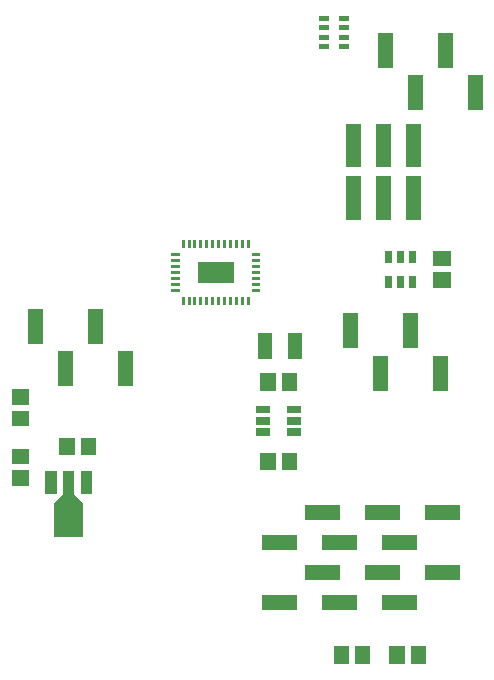
<source format=gbr>
G04 start of page 10 for group -4015 idx -4015 *
G04 Title: (unknown), toppaste *
G04 Creator: pcb 20140316 *
G04 CreationDate: Wed 25 Nov 2015 05:30:27 PM GMT UTC *
G04 For: ndholmes *
G04 Format: Gerber/RS-274X *
G04 PCB-Dimensions (mil): 2100.00 2700.00 *
G04 PCB-Coordinate-Origin: lower left *
%MOIN*%
%FSLAX25Y25*%
%LNTOPPASTE*%
%ADD84R,0.0167X0.0167*%
%ADD83R,0.0500X0.0500*%
%ADD82R,0.0244X0.0244*%
%ADD81R,0.0490X0.0490*%
%ADD80R,0.0700X0.0700*%
%ADD79R,0.0098X0.0098*%
%ADD78C,0.0001*%
%ADD77R,0.0945X0.0945*%
%ADD76R,0.0378X0.0378*%
%ADD75R,0.0512X0.0512*%
%ADD74R,0.0240X0.0240*%
G54D74*X165500Y165800D02*Y164200D01*
X161600Y165800D02*Y164200D01*
X157700Y165800D02*Y164200D01*
Y157600D02*Y156000D01*
X161600Y157600D02*Y156000D01*
X165500Y157600D02*Y156000D01*
G54D75*X57543Y102393D02*Y101607D01*
X50457Y102393D02*Y101607D01*
X34607Y98543D02*X35393D01*
X34607Y91457D02*X35393D01*
G54D76*X56906Y91989D02*Y87895D01*
X51000Y91989D02*Y80179D01*
G54D77*Y78445D02*Y76555D01*
G54D78*G36*
X52885Y86010D02*X55725Y83170D01*
X54305Y81750D01*
X51465Y84590D01*
X52885Y86010D01*
G37*
G36*
X46275Y83170D02*X49115Y86010D01*
X50535Y84590D01*
X47695Y81750D01*
X46275Y83170D01*
G37*
G54D76*X45094Y91989D02*Y87895D01*
G54D79*X110827Y170335D02*Y168563D01*
X108858Y170335D02*Y168563D01*
X106890Y170335D02*Y168563D01*
X104921Y170335D02*Y168563D01*
X102953Y170335D02*Y168563D01*
X100984Y170335D02*Y168563D01*
X99016Y170335D02*Y168563D01*
X97047Y170335D02*Y168563D01*
X95079Y170335D02*Y168563D01*
X93110Y170335D02*Y168563D01*
X91142Y170335D02*Y168563D01*
X89173Y170335D02*Y168563D01*
X85728Y165906D02*X87500D01*
X85728Y163937D02*X87500D01*
X85728Y161969D02*X87500D01*
X85728Y160000D02*X87500D01*
X85728Y158031D02*X87500D01*
X85728Y156063D02*X87500D01*
X85728Y154094D02*X87500D01*
X89173Y151437D02*Y149665D01*
X91142Y151437D02*Y149665D01*
X93110Y151437D02*Y149665D01*
X95079Y151437D02*Y149665D01*
X97047Y151437D02*Y149665D01*
X99016Y151437D02*Y149665D01*
X100984Y151437D02*Y149665D01*
X102953Y151437D02*Y149665D01*
X104921Y151437D02*Y149665D01*
X106890Y151437D02*Y149665D01*
X108858Y151437D02*Y149665D01*
X110827Y151437D02*Y149665D01*
X112500Y154094D02*X114272D01*
X112500Y156063D02*X114272D01*
X112500Y158031D02*X114272D01*
X112500Y160000D02*X114272D01*
X112500Y161969D02*X114272D01*
X112500Y163937D02*X114272D01*
X112500Y165906D02*X114272D01*
G54D80*X97500Y160000D02*X102500D01*
G54D75*X34607Y111414D02*X35393D01*
X34607Y118500D02*X35393D01*
G54D81*X116500Y137300D02*Y133700D01*
X126500Y137300D02*Y133700D01*
G54D75*X117457Y123893D02*Y123107D01*
X124543Y123893D02*Y123107D01*
G54D82*X124976Y106760D02*X127339D01*
X124976Y110500D02*X127339D01*
X124976Y114240D02*X127339D01*
X114661D02*X117024D01*
X114661Y110500D02*X117024D01*
X114661Y106760D02*X117024D01*
G54D75*X117457Y97393D02*Y96607D01*
X124543Y97393D02*Y96607D01*
X175107Y157457D02*X175893D01*
X175107Y164543D02*X175893D01*
G54D83*X40000Y145327D02*Y138674D01*
X50000Y131154D02*Y124501D01*
X60000Y145327D02*Y138674D01*
X70000Y131154D02*Y124501D01*
G54D75*X160457Y32893D02*Y32107D01*
X167543Y32893D02*Y32107D01*
G54D83*X172174Y80000D02*X178827D01*
X158001Y70000D02*X164654D01*
X172174Y60000D02*X178827D01*
X158001Y50000D02*X164654D01*
X152174Y80000D02*X158827D01*
X138001Y70000D02*X144654D01*
X152174Y60000D02*X158827D01*
X138001Y50000D02*X144654D01*
X132174Y80000D02*X138827D01*
X118001Y70000D02*X124654D01*
X132174Y60000D02*X138827D01*
X118001Y50000D02*X124654D01*
X175000Y129740D02*Y123087D01*
X165000Y143913D02*Y137260D01*
X155000Y129740D02*Y123087D01*
X145000Y143913D02*Y137260D01*
G54D84*X135217Y244724D02*X137087D01*
X135217Y241575D02*X137087D01*
X135217Y238425D02*X137087D01*
X135217Y235276D02*X137087D01*
X141913D02*X143783D01*
X141913Y238425D02*X143783D01*
X141913Y241575D02*X143783D01*
X141913Y244724D02*X143783D01*
G54D75*X141914Y32893D02*Y32107D01*
X149000Y32893D02*Y32107D01*
G54D83*X186500Y223240D02*Y216587D01*
X176500Y237413D02*Y230760D01*
X166500Y223240D02*Y216587D01*
X156500Y237413D02*Y230760D01*
X146000Y189504D02*Y180016D01*
X156000Y189504D02*Y180016D01*
X166000Y189504D02*Y180016D01*
Y206984D02*Y197496D01*
X156000Y206984D02*Y197496D01*
X146000Y206984D02*Y197496D01*
M02*

</source>
